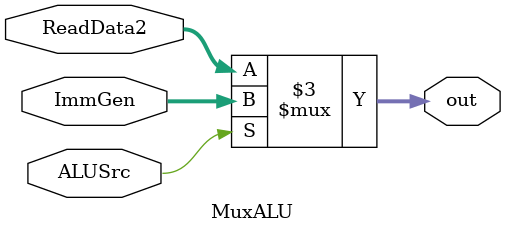
<source format=v>
module MuxALU(ReadData2, ImmGen, ALUSrc, out);

    input [31:0] ReadData2, ImmGen;
    output reg [31:0] out;
    input ALUSrc;

    always @* begin
        if (ALUSrc) begin
            out = ImmGen;
        end
        else begin
            out = ReadData2;
        end
    end

endmodule
</source>
